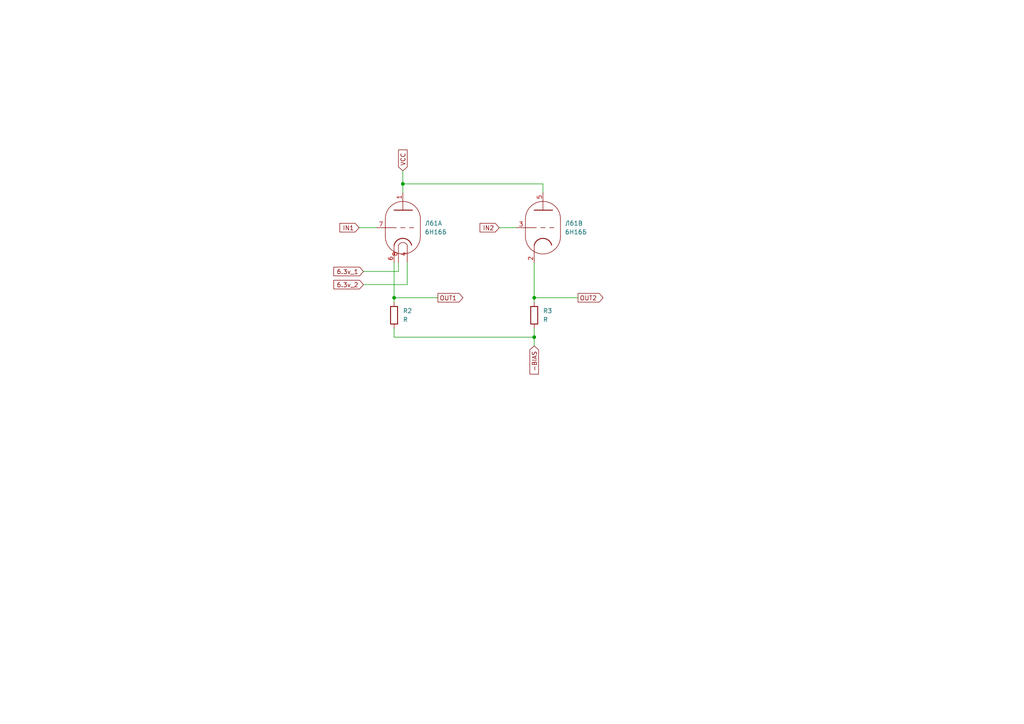
<source format=kicad_sch>
(kicad_sch
	(version 20231120)
	(generator "eeschema")
	(generator_version "8.0")
	(uuid "c99202db-2949-4e5d-b991-03d692393923")
	(paper "A4")
	(lib_symbols
		(symbol "Device:R"
			(pin_numbers hide)
			(pin_names
				(offset 0)
			)
			(exclude_from_sim no)
			(in_bom yes)
			(on_board yes)
			(property "Reference" "R"
				(at 2.032 0 90)
				(effects
					(font
						(size 1.27 1.27)
					)
				)
			)
			(property "Value" "R"
				(at 0 0 90)
				(effects
					(font
						(size 1.27 1.27)
					)
				)
			)
			(property "Footprint" ""
				(at -1.778 0 90)
				(effects
					(font
						(size 1.27 1.27)
					)
					(hide yes)
				)
			)
			(property "Datasheet" "~"
				(at 0 0 0)
				(effects
					(font
						(size 1.27 1.27)
					)
					(hide yes)
				)
			)
			(property "Description" "Resistor"
				(at 0 0 0)
				(effects
					(font
						(size 1.27 1.27)
					)
					(hide yes)
				)
			)
			(property "ki_keywords" "R res resistor"
				(at 0 0 0)
				(effects
					(font
						(size 1.27 1.27)
					)
					(hide yes)
				)
			)
			(property "ki_fp_filters" "R_*"
				(at 0 0 0)
				(effects
					(font
						(size 1.27 1.27)
					)
					(hide yes)
				)
			)
			(symbol "R_0_1"
				(rectangle
					(start -1.016 -2.54)
					(end 1.016 2.54)
					(stroke
						(width 0.254)
						(type default)
					)
					(fill
						(type none)
					)
				)
			)
			(symbol "R_1_1"
				(pin passive line
					(at 0 3.81 270)
					(length 1.27)
					(name "~"
						(effects
							(font
								(size 1.27 1.27)
							)
						)
					)
					(number "1"
						(effects
							(font
								(size 1.27 1.27)
							)
						)
					)
				)
				(pin passive line
					(at 0 -3.81 90)
					(length 1.27)
					(name "~"
						(effects
							(font
								(size 1.27 1.27)
							)
						)
					)
					(number "2"
						(effects
							(font
								(size 1.27 1.27)
							)
						)
					)
				)
			)
		)
		(symbol "vacuum_tube:6Н16Б"
			(pin_names
				(offset 0) hide)
			(exclude_from_sim no)
			(in_bom yes)
			(on_board yes)
			(property "Reference" "Л"
				(at 3.302 7.874 0)
				(effects
					(font
						(size 1.27 1.27)
					)
				)
			)
			(property "Value" "6Н16Б"
				(at 8.89 -7.62 0)
				(effects
					(font
						(size 1.27 1.27)
					)
				)
			)
			(property "Footprint" ""
				(at 6.858 -10.16 0)
				(effects
					(font
						(size 1.27 1.27)
					)
					(hide yes)
				)
			)
			(property "Datasheet" ""
				(at 0 0 0)
				(effects
					(font
						(size 1.27 1.27)
					)
					(hide yes)
				)
			)
			(property "Description" "double triode"
				(at 0 0 0)
				(effects
					(font
						(size 1.27 1.27)
					)
					(hide yes)
				)
			)
			(property "ki_locked" ""
				(at 0 0 0)
				(effects
					(font
						(size 1.27 1.27)
					)
				)
			)
			(property "ki_keywords" "triode valve"
				(at 0 0 0)
				(effects
					(font
						(size 1.27 1.27)
					)
					(hide yes)
				)
			)
			(property "ki_fp_filters" "VALVE*NOVAL*P*"
				(at 0 0 0)
				(effects
					(font
						(size 1.27 1.27)
					)
					(hide yes)
				)
			)
			(symbol "6Н16Б_0_1"
				(arc
					(start -5.08 -2.54)
					(mid 0 -7.5979)
					(end 5.08 -2.54)
					(stroke
						(width 0)
						(type default)
					)
					(fill
						(type none)
					)
				)
				(polyline
					(pts
						(xy 5.08 2.54) (xy 5.08 -2.54)
					)
					(stroke
						(width 0)
						(type default)
					)
					(fill
						(type none)
					)
				)
				(polyline
					(pts
						(xy -5.08 2.54) (xy -5.08 -2.54) (xy -5.08 -2.54)
					)
					(stroke
						(width 0)
						(type default)
					)
					(fill
						(type none)
					)
				)
				(arc
					(start 5.08 2.54)
					(mid 0 7.5979)
					(end -5.08 2.54)
					(stroke
						(width 0)
						(type default)
					)
					(fill
						(type none)
					)
				)
			)
			(symbol "6Н16Б_1_0"
				(polyline
					(pts
						(xy -2.54 -5.08) (xy -2.54 -7.62)
					)
					(stroke
						(width 0)
						(type default)
					)
					(fill
						(type none)
					)
				)
				(polyline
					(pts
						(xy 0 5.08) (xy 0 7.62)
					)
					(stroke
						(width 0)
						(type default)
					)
					(fill
						(type none)
					)
				)
			)
			(symbol "6Н16Б_1_1"
				(polyline
					(pts
						(xy -5.08 0) (xy -3.175 0)
					)
					(stroke
						(width 0)
						(type default)
					)
					(fill
						(type none)
					)
				)
				(polyline
					(pts
						(xy -1.905 0) (xy -3.175 0)
					)
					(stroke
						(width 0.1524)
						(type default)
					)
					(fill
						(type none)
					)
				)
				(polyline
					(pts
						(xy -0.635 0) (xy 0.635 0)
					)
					(stroke
						(width 0.1524)
						(type default)
					)
					(fill
						(type none)
					)
				)
				(polyline
					(pts
						(xy 1.905 0) (xy 3.175 0)
					)
					(stroke
						(width 0.1524)
						(type default)
					)
					(fill
						(type none)
					)
				)
				(polyline
					(pts
						(xy -2.54 5.08) (xy 2.794 5.08) (xy 2.794 5.08)
					)
					(stroke
						(width 0.254)
						(type default)
					)
					(fill
						(type none)
					)
				)
				(arc
					(start 1.27 -5.08)
					(mid 0 -4.2951)
					(end -1.27 -5.08)
					(stroke
						(width 0)
						(type default)
					)
					(fill
						(type none)
					)
				)
				(arc
					(start 2.54 -5.08)
					(mid 0 -3.0968)
					(end -2.54 -5.08)
					(stroke
						(width 0.254)
						(type default)
					)
					(fill
						(type none)
					)
				)
				(pin output line
					(at 0 10.16 270)
					(length 2.54)
					(name "A"
						(effects
							(font
								(size 1.27 1.27)
							)
						)
					)
					(number "1"
						(effects
							(font
								(size 1.27 1.27)
							)
						)
					)
				)
				(pin power_in line
					(at 1.27 -10.16 90)
					(length 5.08)
					(name "F1"
						(effects
							(font
								(size 1.27 1.27)
							)
						)
					)
					(number "4"
						(effects
							(font
								(size 1.27 1.27)
							)
						)
					)
				)
				(pin bidirectional line
					(at -2.54 -10.16 90)
					(length 2.54)
					(name "K"
						(effects
							(font
								(size 1.27 1.27)
							)
						)
					)
					(number "6"
						(effects
							(font
								(size 1.27 1.27)
							)
						)
					)
				)
				(pin input line
					(at -7.62 0 0)
					(length 2.54)
					(name "G"
						(effects
							(font
								(size 1.27 1.27)
							)
						)
					)
					(number "7"
						(effects
							(font
								(size 1.27 1.27)
							)
						)
					)
				)
				(pin power_in line
					(at -1.27 -10.16 90)
					(length 5.08)
					(name "F1"
						(effects
							(font
								(size 1.27 1.27)
							)
						)
					)
					(number "8"
						(effects
							(font
								(size 1.27 1.27)
							)
						)
					)
				)
			)
			(symbol "6Н16Б_2_0"
				(polyline
					(pts
						(xy -2.54 -5.08) (xy -2.54 -7.62)
					)
					(stroke
						(width 0)
						(type default)
					)
					(fill
						(type none)
					)
				)
				(polyline
					(pts
						(xy 0 5.08) (xy 0 7.62)
					)
					(stroke
						(width 0)
						(type default)
					)
					(fill
						(type none)
					)
				)
			)
			(symbol "6Н16Б_2_1"
				(polyline
					(pts
						(xy -5.08 0) (xy -3.175 0)
					)
					(stroke
						(width 0)
						(type default)
					)
					(fill
						(type none)
					)
				)
				(polyline
					(pts
						(xy -1.905 0) (xy -3.175 0)
					)
					(stroke
						(width 0.1524)
						(type default)
					)
					(fill
						(type none)
					)
				)
				(polyline
					(pts
						(xy -0.635 0) (xy 0.635 0)
					)
					(stroke
						(width 0.1524)
						(type default)
					)
					(fill
						(type none)
					)
				)
				(polyline
					(pts
						(xy 1.905 0) (xy 3.175 0)
					)
					(stroke
						(width 0.1524)
						(type default)
					)
					(fill
						(type none)
					)
				)
				(polyline
					(pts
						(xy -2.54 5.08) (xy 2.794 5.08) (xy 2.794 5.08)
					)
					(stroke
						(width 0.254)
						(type default)
					)
					(fill
						(type none)
					)
				)
				(arc
					(start 2.54 -5.08)
					(mid 0 -3.0968)
					(end -2.54 -5.08)
					(stroke
						(width 0.254)
						(type default)
					)
					(fill
						(type none)
					)
				)
				(pin bidirectional line
					(at -2.54 -10.16 90)
					(length 2.54)
					(name "K"
						(effects
							(font
								(size 1.27 1.27)
							)
						)
					)
					(number "2"
						(effects
							(font
								(size 1.27 1.27)
							)
						)
					)
				)
				(pin input line
					(at -7.62 0 0)
					(length 2.54)
					(name "G"
						(effects
							(font
								(size 1.27 1.27)
							)
						)
					)
					(number "3"
						(effects
							(font
								(size 1.27 1.27)
							)
						)
					)
				)
				(pin output line
					(at 0 10.16 270)
					(length 2.54)
					(name "A"
						(effects
							(font
								(size 1.27 1.27)
							)
						)
					)
					(number "5"
						(effects
							(font
								(size 1.27 1.27)
							)
						)
					)
				)
			)
		)
	)
	(junction
		(at 116.84 53.34)
		(diameter 0)
		(color 0 0 0 0)
		(uuid "1b5f43c5-a6a5-4545-85d9-6c88948f6223")
	)
	(junction
		(at 114.3 86.36)
		(diameter 0)
		(color 0 0 0 0)
		(uuid "2ccc0578-20ea-4054-b58a-bed114900d58")
	)
	(junction
		(at 154.94 86.36)
		(diameter 0)
		(color 0 0 0 0)
		(uuid "5b5cb388-d16e-4f1e-b6e0-766b99a777fe")
	)
	(junction
		(at 154.94 97.79)
		(diameter 0)
		(color 0 0 0 0)
		(uuid "9b3e8a3c-4d2f-4281-a75e-64bf9486468e")
	)
	(wire
		(pts
			(xy 114.3 76.2) (xy 114.3 86.36)
		)
		(stroke
			(width 0)
			(type default)
		)
		(uuid "070cce34-db89-44b4-8078-8134fb80dbb6")
	)
	(wire
		(pts
			(xy 114.3 86.36) (xy 114.3 87.63)
		)
		(stroke
			(width 0)
			(type default)
		)
		(uuid "127e4021-6872-4e4e-9747-5ec8f2c23152")
	)
	(wire
		(pts
			(xy 154.94 76.2) (xy 154.94 86.36)
		)
		(stroke
			(width 0)
			(type default)
		)
		(uuid "2375e277-3b73-4a25-8d41-3b04d0f2ef46")
	)
	(wire
		(pts
			(xy 104.14 66.04) (xy 109.22 66.04)
		)
		(stroke
			(width 0)
			(type default)
		)
		(uuid "35f45eb2-1464-4ad7-81cb-c8d6bb04e37d")
	)
	(wire
		(pts
			(xy 118.11 76.2) (xy 118.11 82.55)
		)
		(stroke
			(width 0)
			(type default)
		)
		(uuid "41d56532-8b37-4a07-a8af-0473dcdc3fa8")
	)
	(wire
		(pts
			(xy 118.11 82.55) (xy 105.41 82.55)
		)
		(stroke
			(width 0)
			(type default)
		)
		(uuid "4493d8e4-13d2-475f-b03b-0013029cb6e8")
	)
	(wire
		(pts
			(xy 116.84 49.53) (xy 116.84 53.34)
		)
		(stroke
			(width 0)
			(type default)
		)
		(uuid "4f312f6e-328d-4dc7-9856-407964f7309b")
	)
	(wire
		(pts
			(xy 116.84 53.34) (xy 157.48 53.34)
		)
		(stroke
			(width 0)
			(type default)
		)
		(uuid "5767aeca-0a98-4338-81b2-4428cf41b46d")
	)
	(wire
		(pts
			(xy 115.57 78.74) (xy 115.57 76.2)
		)
		(stroke
			(width 0)
			(type default)
		)
		(uuid "61f1a806-aa52-40ba-a301-cc574e9dbcaf")
	)
	(wire
		(pts
			(xy 154.94 95.25) (xy 154.94 97.79)
		)
		(stroke
			(width 0)
			(type default)
		)
		(uuid "66821fcb-6a87-4676-8ed9-d23bd2490198")
	)
	(wire
		(pts
			(xy 157.48 55.88) (xy 157.48 53.34)
		)
		(stroke
			(width 0)
			(type default)
		)
		(uuid "67ec59bf-001d-460c-a91a-a7c5d7e80dac")
	)
	(wire
		(pts
			(xy 144.78 66.04) (xy 149.86 66.04)
		)
		(stroke
			(width 0)
			(type default)
		)
		(uuid "733e06b2-6971-4425-b067-adad9e0ba5c0")
	)
	(wire
		(pts
			(xy 114.3 86.36) (xy 127 86.36)
		)
		(stroke
			(width 0)
			(type default)
		)
		(uuid "77fc753e-8377-47ec-a336-19034dbc3ba6")
	)
	(wire
		(pts
			(xy 114.3 97.79) (xy 154.94 97.79)
		)
		(stroke
			(width 0)
			(type default)
		)
		(uuid "8918429f-0504-4d54-8822-84007c4bf437")
	)
	(wire
		(pts
			(xy 105.41 78.74) (xy 115.57 78.74)
		)
		(stroke
			(width 0)
			(type default)
		)
		(uuid "9b69f97a-58ae-4d2c-bd11-66e5f5dace66")
	)
	(wire
		(pts
			(xy 154.94 97.79) (xy 154.94 100.33)
		)
		(stroke
			(width 0)
			(type default)
		)
		(uuid "b7d7c170-5cfc-44e3-ad89-1a8dc0aebdc7")
	)
	(wire
		(pts
			(xy 116.84 53.34) (xy 116.84 55.88)
		)
		(stroke
			(width 0)
			(type default)
		)
		(uuid "c16b1771-d0e2-49bc-a01b-698e6283901d")
	)
	(wire
		(pts
			(xy 154.94 86.36) (xy 167.64 86.36)
		)
		(stroke
			(width 0)
			(type default)
		)
		(uuid "c76f4d54-9e3c-48ff-a31a-486a0cba93c3")
	)
	(wire
		(pts
			(xy 114.3 95.25) (xy 114.3 97.79)
		)
		(stroke
			(width 0)
			(type default)
		)
		(uuid "ca06cd9c-15cb-4772-8fc3-27a2e17f0c15")
	)
	(wire
		(pts
			(xy 154.94 86.36) (xy 154.94 87.63)
		)
		(stroke
			(width 0)
			(type default)
		)
		(uuid "d6769471-099f-45c6-a79f-ac7018c51177")
	)
	(global_label "6.3v_2"
		(shape input)
		(at 105.41 82.55 180)
		(fields_autoplaced yes)
		(effects
			(font
				(size 1.27 1.27)
			)
			(justify right)
		)
		(uuid "00f7bce0-e23b-46d5-9478-59329fb8784b")
		(property "Intersheetrefs" "${INTERSHEET_REFS}"
			(at 96.3357 82.55 0)
			(effects
				(font
					(size 1.27 1.27)
				)
				(justify right)
				(hide yes)
			)
		)
	)
	(global_label "IN2"
		(shape input)
		(at 144.78 66.04 180)
		(fields_autoplaced yes)
		(effects
			(font
				(size 1.27 1.27)
			)
			(justify right)
		)
		(uuid "056b42aa-4c84-4d65-9e41-1812e07bb380")
		(property "Intersheetrefs" "${INTERSHEET_REFS}"
			(at 138.7294 66.04 0)
			(effects
				(font
					(size 1.27 1.27)
				)
				(justify right)
				(hide yes)
			)
		)
	)
	(global_label "6.3v_1"
		(shape input)
		(at 105.41 78.74 180)
		(fields_autoplaced yes)
		(effects
			(font
				(size 1.27 1.27)
			)
			(justify right)
		)
		(uuid "76f71705-e571-4c6b-bb56-14382c338a78")
		(property "Intersheetrefs" "${INTERSHEET_REFS}"
			(at 96.3357 78.74 0)
			(effects
				(font
					(size 1.27 1.27)
				)
				(justify right)
				(hide yes)
			)
		)
	)
	(global_label "-BIAS"
		(shape input)
		(at 154.94 100.33 270)
		(fields_autoplaced yes)
		(effects
			(font
				(size 1.27 1.27)
			)
			(justify right)
		)
		(uuid "aebc44aa-8d6f-4d17-8ce8-3780afaa5d8b")
		(property "Intersheetrefs" "${INTERSHEET_REFS}"
			(at 154.94 108.9811 90)
			(effects
				(font
					(size 1.27 1.27)
				)
				(justify right)
				(hide yes)
			)
		)
	)
	(global_label "OUT1"
		(shape output)
		(at 127 86.36 0)
		(fields_autoplaced yes)
		(effects
			(font
				(size 1.27 1.27)
			)
			(justify left)
		)
		(uuid "bc063be7-f904-447c-b071-d7e2a998ec66")
		(property "Intersheetrefs" "${INTERSHEET_REFS}"
			(at 134.7439 86.36 0)
			(effects
				(font
					(size 1.27 1.27)
				)
				(justify left)
				(hide yes)
			)
		)
	)
	(global_label "IN1"
		(shape input)
		(at 104.14 66.04 180)
		(fields_autoplaced yes)
		(effects
			(font
				(size 1.27 1.27)
			)
			(justify right)
		)
		(uuid "da03a7d7-f6cb-402e-8896-63d9e64fdea1")
		(property "Intersheetrefs" "${INTERSHEET_REFS}"
			(at 98.0894 66.04 0)
			(effects
				(font
					(size 1.27 1.27)
				)
				(justify right)
				(hide yes)
			)
		)
	)
	(global_label "OUT2"
		(shape output)
		(at 167.64 86.36 0)
		(fields_autoplaced yes)
		(effects
			(font
				(size 1.27 1.27)
			)
			(justify left)
		)
		(uuid "f2e13e38-191d-4e5b-b58f-ab5713bbdd9f")
		(property "Intersheetrefs" "${INTERSHEET_REFS}"
			(at 175.3839 86.36 0)
			(effects
				(font
					(size 1.27 1.27)
				)
				(justify left)
				(hide yes)
			)
		)
	)
	(global_label "VCC"
		(shape input)
		(at 116.84 49.53 90)
		(fields_autoplaced yes)
		(effects
			(font
				(size 1.27 1.27)
			)
			(justify left)
		)
		(uuid "f477a3de-0c06-425a-951a-8d42cfea7e61")
		(property "Intersheetrefs" "${INTERSHEET_REFS}"
			(at 116.84 42.9956 90)
			(effects
				(font
					(size 1.27 1.27)
				)
				(justify left)
				(hide yes)
			)
		)
	)
	(symbol
		(lib_id "Device:R")
		(at 154.94 91.44 0)
		(unit 1)
		(exclude_from_sim no)
		(in_bom yes)
		(on_board yes)
		(dnp no)
		(fields_autoplaced yes)
		(uuid "6de62aef-b03a-4af9-abbe-70ed4daaf76a")
		(property "Reference" "R3"
			(at 157.48 90.17 0)
			(effects
				(font
					(size 1.27 1.27)
				)
				(justify left)
			)
		)
		(property "Value" "R"
			(at 157.48 92.71 0)
			(effects
				(font
					(size 1.27 1.27)
				)
				(justify left)
			)
		)
		(property "Footprint" ""
			(at 153.162 91.44 90)
			(effects
				(font
					(size 1.27 1.27)
				)
				(hide yes)
			)
		)
		(property "Datasheet" "~"
			(at 154.94 91.44 0)
			(effects
				(font
					(size 1.27 1.27)
				)
				(hide yes)
			)
		)
		(property "Description" ""
			(at 154.94 91.44 0)
			(effects
				(font
					(size 1.27 1.27)
				)
				(hide yes)
			)
		)
		(pin "1"
			(uuid "2af44106-a481-466c-b616-c0640be6963b")
		)
		(pin "2"
			(uuid "e9553276-5a42-4dd8-8a99-9231519d4553")
		)
		(instances
			(project "logic"
				(path "/4a711068-a8e1-4e6b-a86d-5e6a0e1204d9/0cab07bb-8c34-4f24-8940-6b17779a1b0e"
					(reference "R3")
					(unit 1)
				)
			)
		)
	)
	(symbol
		(lib_id "vacuum_tube:6Н16Б")
		(at 116.84 66.04 0)
		(unit 1)
		(exclude_from_sim no)
		(in_bom yes)
		(on_board yes)
		(dnp no)
		(fields_autoplaced yes)
		(uuid "8821b5f2-1276-4444-b4a0-137a7d9c2fad")
		(property "Reference" "Л61"
			(at 123.19 64.7699 0)
			(effects
				(font
					(size 1.27 1.27)
				)
				(justify left)
			)
		)
		(property "Value" "6Н16Б"
			(at 123.19 67.3099 0)
			(effects
				(font
					(size 1.27 1.27)
				)
				(justify left)
			)
		)
		(property "Footprint" ""
			(at 123.698 76.2 0)
			(effects
				(font
					(size 1.27 1.27)
				)
				(hide yes)
			)
		)
		(property "Datasheet" ""
			(at 116.84 66.04 0)
			(effects
				(font
					(size 1.27 1.27)
				)
				(hide yes)
			)
		)
		(property "Description" ""
			(at 116.84 66.04 0)
			(effects
				(font
					(size 1.27 1.27)
				)
				(hide yes)
			)
		)
		(pin "1"
			(uuid "c5ba7a9f-bb79-42fb-955d-50711aa6c881")
		)
		(pin "4"
			(uuid "2f12a87f-25a8-4fba-a4ed-7f184c0f2d7d")
		)
		(pin "6"
			(uuid "7d2c266e-9692-4bdf-89d8-135c5b4f2cb5")
		)
		(pin "7"
			(uuid "f956c2cd-883d-4b07-8bef-007c1ddb1929")
		)
		(pin "8"
			(uuid "bc076b1c-40b7-4a26-9a69-4c1e5dec0a29")
		)
		(pin "2"
			(uuid "5c0e76a6-d6ed-48ea-9006-048911aa42ba")
		)
		(pin "3"
			(uuid "9057b929-187a-4124-925d-959f4043d9b1")
		)
		(pin "5"
			(uuid "d74bb14f-b3b7-4f4a-9953-8f6078d897b4")
		)
		(instances
			(project "logic"
				(path "/4a711068-a8e1-4e6b-a86d-5e6a0e1204d9/0cab07bb-8c34-4f24-8940-6b17779a1b0e"
					(reference "Л61")
					(unit 1)
				)
			)
		)
	)
	(symbol
		(lib_id "vacuum_tube:6Н16Б")
		(at 157.48 66.04 0)
		(unit 2)
		(exclude_from_sim no)
		(in_bom yes)
		(on_board yes)
		(dnp no)
		(fields_autoplaced yes)
		(uuid "9365621a-fe06-4c4e-8dcf-04a733199655")
		(property "Reference" "Л61"
			(at 163.83 64.7699 0)
			(effects
				(font
					(size 1.27 1.27)
				)
				(justify left)
			)
		)
		(property "Value" "6Н16Б"
			(at 163.83 67.3099 0)
			(effects
				(font
					(size 1.27 1.27)
				)
				(justify left)
			)
		)
		(property "Footprint" ""
			(at 164.338 76.2 0)
			(effects
				(font
					(size 1.27 1.27)
				)
				(hide yes)
			)
		)
		(property "Datasheet" ""
			(at 157.48 66.04 0)
			(effects
				(font
					(size 1.27 1.27)
				)
				(hide yes)
			)
		)
		(property "Description" ""
			(at 157.48 66.04 0)
			(effects
				(font
					(size 1.27 1.27)
				)
				(hide yes)
			)
		)
		(pin "1"
			(uuid "05fa4144-39b6-4448-a766-cb6d9e6f2e06")
		)
		(pin "4"
			(uuid "58984a3b-882e-4f0a-a674-553989c50274")
		)
		(pin "6"
			(uuid "3721388e-5227-491e-9225-d3291f680009")
		)
		(pin "7"
			(uuid "49dc2ccc-1467-4082-80da-e80f34687cd4")
		)
		(pin "8"
			(uuid "9cf332b2-9d8b-4441-bd70-b2eec6d1a457")
		)
		(pin "2"
			(uuid "2a1e797f-9289-4390-8504-83afd3cf3216")
		)
		(pin "3"
			(uuid "b86e1943-7c37-476b-919a-b987524c7360")
		)
		(pin "5"
			(uuid "72a0c23a-6329-4222-91d1-9a5d1d2a151f")
		)
		(instances
			(project "logic"
				(path "/4a711068-a8e1-4e6b-a86d-5e6a0e1204d9/0cab07bb-8c34-4f24-8940-6b17779a1b0e"
					(reference "Л61")
					(unit 2)
				)
			)
		)
	)
	(symbol
		(lib_id "Device:R")
		(at 114.3 91.44 0)
		(unit 1)
		(exclude_from_sim no)
		(in_bom yes)
		(on_board yes)
		(dnp no)
		(fields_autoplaced yes)
		(uuid "e48e1680-42b7-4337-bf31-e8f7ae681b01")
		(property "Reference" "R2"
			(at 116.84 90.17 0)
			(effects
				(font
					(size 1.27 1.27)
				)
				(justify left)
			)
		)
		(property "Value" "R"
			(at 116.84 92.71 0)
			(effects
				(font
					(size 1.27 1.27)
				)
				(justify left)
			)
		)
		(property "Footprint" ""
			(at 112.522 91.44 90)
			(effects
				(font
					(size 1.27 1.27)
				)
				(hide yes)
			)
		)
		(property "Datasheet" "~"
			(at 114.3 91.44 0)
			(effects
				(font
					(size 1.27 1.27)
				)
				(hide yes)
			)
		)
		(property "Description" ""
			(at 114.3 91.44 0)
			(effects
				(font
					(size 1.27 1.27)
				)
				(hide yes)
			)
		)
		(pin "1"
			(uuid "5e12bae1-b788-4efb-86de-d4cccb084b98")
		)
		(pin "2"
			(uuid "770fc83a-37bb-4aca-9a40-65b0a991b97b")
		)
		(instances
			(project "logic"
				(path "/4a711068-a8e1-4e6b-a86d-5e6a0e1204d9/0cab07bb-8c34-4f24-8940-6b17779a1b0e"
					(reference "R2")
					(unit 1)
				)
			)
		)
	)
)

</source>
